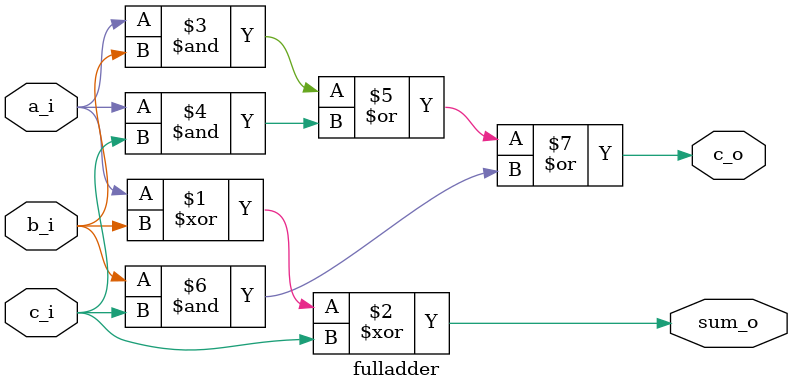
<source format=sv>


module fulladder (
    input   logic a_i,
    input   logic b_i,
    input   logic c_i,
    output  logic sum_o,
    output  logic c_o
  );

  assign sum_o  = a_i ^ b_i ^ c_i;
  assign c_o    = (a_i & b_i) | (a_i & c_i) | (b_i & c_i);

endmodule

</source>
